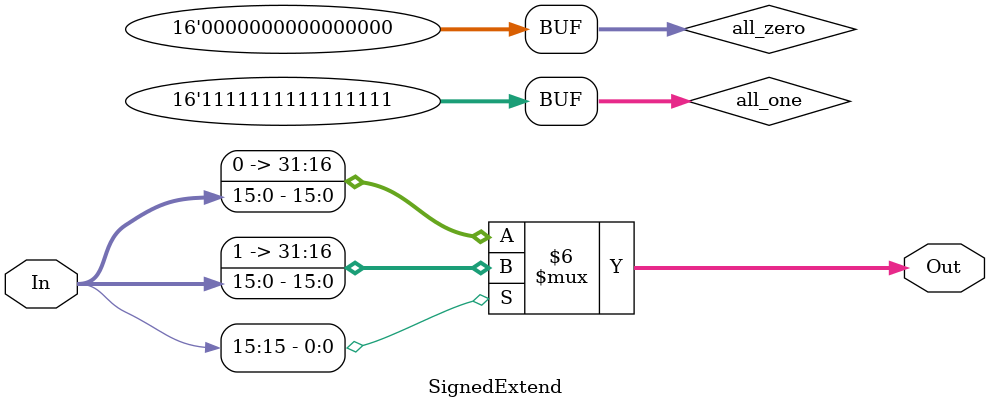
<source format=v>
`timescale 1ns / 1ps
module SignedExtend (In, Out);
    parameter n=16,m=32;
// 代码
  input [n - 1: 0] In;
  output reg [m - 1: 0] Out;
  reg [n - 1: 0] all_one = 16'hFFFF;
  reg [n - 1: 0] all_zero = 16'h0000;
  always @(*) begin
	if (In[n - 1] == 1'b0) Out <= {all_zero, In};
  	else Out <= {all_one, In};
  end
endmodule
</source>
